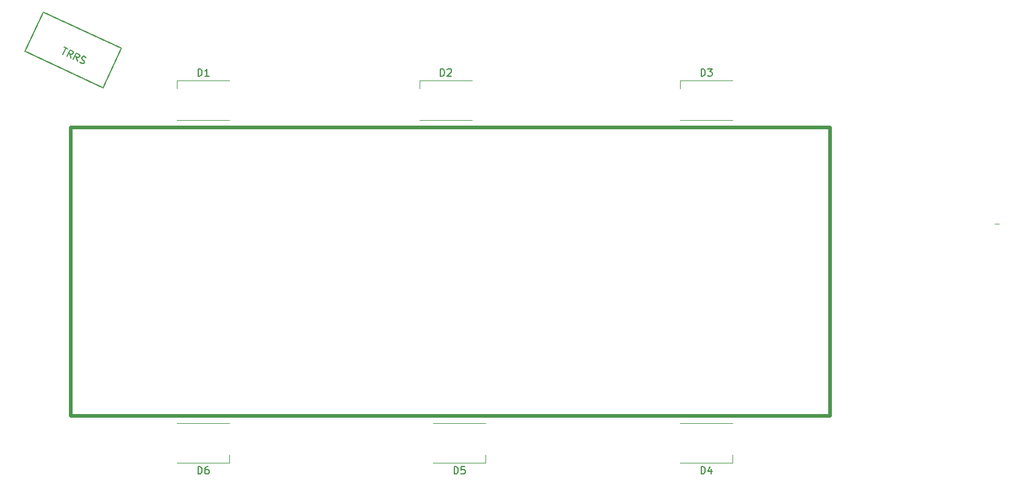
<source format=gbr>
G04 #@! TF.GenerationSoftware,KiCad,Pcbnew,5.1.5+dfsg1-2build2*
G04 #@! TF.CreationDate,2021-01-30T19:33:43+09:00*
G04 #@! TF.ProjectId,rest,72657374-2e6b-4696-9361-645f70636258,rev?*
G04 #@! TF.SameCoordinates,Original*
G04 #@! TF.FileFunction,Legend,Top*
G04 #@! TF.FilePolarity,Positive*
%FSLAX46Y46*%
G04 Gerber Fmt 4.6, Leading zero omitted, Abs format (unit mm)*
G04 Created by KiCad (PCBNEW 5.1.5+dfsg1-2build2) date 2021-01-30 19:33:43*
%MOMM*%
%LPD*%
G04 APERTURE LIST*
%ADD10C,0.500000*%
%ADD11C,0.120000*%
%ADD12C,0.150000*%
G04 APERTURE END LIST*
D10*
X68580000Y-93345000D02*
X68580000Y-53340000D01*
X173990000Y-93345000D02*
X68580000Y-93345000D01*
X173990000Y-53340000D02*
X173990000Y-93345000D01*
X68580000Y-53340000D02*
X173990000Y-53340000D01*
D11*
X197485000Y-66675000D02*
X196850000Y-66675000D01*
X90645000Y-52280000D02*
X83345000Y-52280000D01*
X90645000Y-46780000D02*
X83345000Y-46780000D01*
X83345000Y-46780000D02*
X83345000Y-47930000D01*
X117000000Y-46780000D02*
X117000000Y-47930000D01*
X124300000Y-46780000D02*
X117000000Y-46780000D01*
X124300000Y-52280000D02*
X117000000Y-52280000D01*
X153195000Y-46780000D02*
X153195000Y-47930000D01*
X160495000Y-46780000D02*
X153195000Y-46780000D01*
X160495000Y-52280000D02*
X153195000Y-52280000D01*
X153195000Y-94405000D02*
X160495000Y-94405000D01*
X153195000Y-99905000D02*
X160495000Y-99905000D01*
X160495000Y-99905000D02*
X160495000Y-98755000D01*
X126205000Y-99905000D02*
X126205000Y-98755000D01*
X118905000Y-99905000D02*
X126205000Y-99905000D01*
X118905000Y-94405000D02*
X126205000Y-94405000D01*
X90645000Y-99905000D02*
X90645000Y-98755000D01*
X83345000Y-99905000D02*
X90645000Y-99905000D01*
X83345000Y-94405000D02*
X90645000Y-94405000D01*
D12*
X73121421Y-47778562D02*
X62236893Y-42726132D01*
X75647636Y-42336298D02*
X73121421Y-47778562D01*
X64763107Y-37283868D02*
X75647636Y-42336298D01*
X62236893Y-42726132D02*
X64763107Y-37283868D01*
X86256904Y-46172380D02*
X86256904Y-45172380D01*
X86495000Y-45172380D01*
X86637857Y-45220000D01*
X86733095Y-45315238D01*
X86780714Y-45410476D01*
X86828333Y-45600952D01*
X86828333Y-45743809D01*
X86780714Y-45934285D01*
X86733095Y-46029523D01*
X86637857Y-46124761D01*
X86495000Y-46172380D01*
X86256904Y-46172380D01*
X87780714Y-46172380D02*
X87209285Y-46172380D01*
X87495000Y-46172380D02*
X87495000Y-45172380D01*
X87399761Y-45315238D01*
X87304523Y-45410476D01*
X87209285Y-45458095D01*
X119911904Y-46172380D02*
X119911904Y-45172380D01*
X120150000Y-45172380D01*
X120292857Y-45220000D01*
X120388095Y-45315238D01*
X120435714Y-45410476D01*
X120483333Y-45600952D01*
X120483333Y-45743809D01*
X120435714Y-45934285D01*
X120388095Y-46029523D01*
X120292857Y-46124761D01*
X120150000Y-46172380D01*
X119911904Y-46172380D01*
X120864285Y-45267619D02*
X120911904Y-45220000D01*
X121007142Y-45172380D01*
X121245238Y-45172380D01*
X121340476Y-45220000D01*
X121388095Y-45267619D01*
X121435714Y-45362857D01*
X121435714Y-45458095D01*
X121388095Y-45600952D01*
X120816666Y-46172380D01*
X121435714Y-46172380D01*
X156106904Y-46172380D02*
X156106904Y-45172380D01*
X156345000Y-45172380D01*
X156487857Y-45220000D01*
X156583095Y-45315238D01*
X156630714Y-45410476D01*
X156678333Y-45600952D01*
X156678333Y-45743809D01*
X156630714Y-45934285D01*
X156583095Y-46029523D01*
X156487857Y-46124761D01*
X156345000Y-46172380D01*
X156106904Y-46172380D01*
X157011666Y-45172380D02*
X157630714Y-45172380D01*
X157297380Y-45553333D01*
X157440238Y-45553333D01*
X157535476Y-45600952D01*
X157583095Y-45648571D01*
X157630714Y-45743809D01*
X157630714Y-45981904D01*
X157583095Y-46077142D01*
X157535476Y-46124761D01*
X157440238Y-46172380D01*
X157154523Y-46172380D01*
X157059285Y-46124761D01*
X157011666Y-46077142D01*
X156106904Y-101417380D02*
X156106904Y-100417380D01*
X156345000Y-100417380D01*
X156487857Y-100465000D01*
X156583095Y-100560238D01*
X156630714Y-100655476D01*
X156678333Y-100845952D01*
X156678333Y-100988809D01*
X156630714Y-101179285D01*
X156583095Y-101274523D01*
X156487857Y-101369761D01*
X156345000Y-101417380D01*
X156106904Y-101417380D01*
X157535476Y-100750714D02*
X157535476Y-101417380D01*
X157297380Y-100369761D02*
X157059285Y-101084047D01*
X157678333Y-101084047D01*
X121816904Y-101417380D02*
X121816904Y-100417380D01*
X122055000Y-100417380D01*
X122197857Y-100465000D01*
X122293095Y-100560238D01*
X122340714Y-100655476D01*
X122388333Y-100845952D01*
X122388333Y-100988809D01*
X122340714Y-101179285D01*
X122293095Y-101274523D01*
X122197857Y-101369761D01*
X122055000Y-101417380D01*
X121816904Y-101417380D01*
X123293095Y-100417380D02*
X122816904Y-100417380D01*
X122769285Y-100893571D01*
X122816904Y-100845952D01*
X122912142Y-100798333D01*
X123150238Y-100798333D01*
X123245476Y-100845952D01*
X123293095Y-100893571D01*
X123340714Y-100988809D01*
X123340714Y-101226904D01*
X123293095Y-101322142D01*
X123245476Y-101369761D01*
X123150238Y-101417380D01*
X122912142Y-101417380D01*
X122816904Y-101369761D01*
X122769285Y-101322142D01*
X86256904Y-101417380D02*
X86256904Y-100417380D01*
X86495000Y-100417380D01*
X86637857Y-100465000D01*
X86733095Y-100560238D01*
X86780714Y-100655476D01*
X86828333Y-100845952D01*
X86828333Y-100988809D01*
X86780714Y-101179285D01*
X86733095Y-101274523D01*
X86637857Y-101369761D01*
X86495000Y-101417380D01*
X86256904Y-101417380D01*
X87685476Y-100417380D02*
X87495000Y-100417380D01*
X87399761Y-100465000D01*
X87352142Y-100512619D01*
X87256904Y-100655476D01*
X87209285Y-100845952D01*
X87209285Y-101226904D01*
X87256904Y-101322142D01*
X87304523Y-101369761D01*
X87399761Y-101417380D01*
X87590238Y-101417380D01*
X87685476Y-101369761D01*
X87733095Y-101322142D01*
X87780714Y-101226904D01*
X87780714Y-100988809D01*
X87733095Y-100893571D01*
X87685476Y-100845952D01*
X87590238Y-100798333D01*
X87399761Y-100798333D01*
X87304523Y-100845952D01*
X87256904Y-100893571D01*
X87209285Y-100988809D01*
X67667099Y-42162424D02*
X68185409Y-42403016D01*
X67505218Y-43189764D02*
X67926254Y-42282720D01*
X68585032Y-43690997D02*
X68483178Y-43118726D01*
X68066722Y-43450405D02*
X68487757Y-42543361D01*
X68833298Y-42703756D01*
X68899634Y-42787047D01*
X68922777Y-42850289D01*
X68925871Y-42956723D01*
X68865723Y-43086301D01*
X68782432Y-43152637D01*
X68719190Y-43175780D01*
X68612755Y-43178874D01*
X68267215Y-43018479D01*
X69492076Y-44112033D02*
X69390222Y-43539762D01*
X68973766Y-43871441D02*
X69394801Y-42964397D01*
X69740342Y-43124791D01*
X69806678Y-43208083D01*
X69829821Y-43271325D01*
X69832915Y-43377759D01*
X69772767Y-43507337D01*
X69689476Y-43573673D01*
X69626234Y-43596816D01*
X69519799Y-43599910D01*
X69174259Y-43439515D01*
X69857666Y-44229235D02*
X69967195Y-44332575D01*
X70183158Y-44432822D01*
X70289592Y-44429728D01*
X70352834Y-44406585D01*
X70436125Y-44340249D01*
X70476224Y-44253864D01*
X70473130Y-44147429D01*
X70449987Y-44084187D01*
X70383651Y-44000896D01*
X70230930Y-43877506D01*
X70164594Y-43794215D01*
X70141451Y-43730973D01*
X70138357Y-43624539D01*
X70178456Y-43538154D01*
X70261747Y-43471818D01*
X70324989Y-43448675D01*
X70431423Y-43445581D01*
X70647386Y-43545827D01*
X70756914Y-43649168D01*
M02*

</source>
